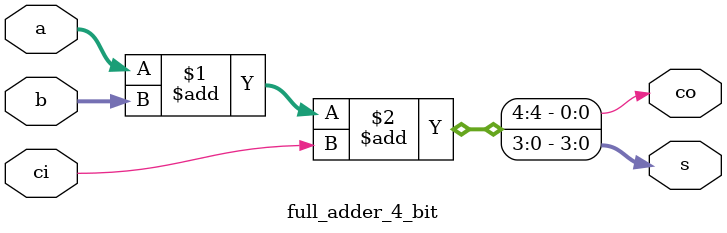
<source format=v>
module full_adder_4_bit (a,b,ci,s,co);
    parameter data_size = 4;
    input [data_size-1:0] a;
    input [data_size-1:0] b;
    input ci;
    output [data_size-1:0] s;
    output co;

    assign{co,s} = a + b + ci;
endmodule
</source>
